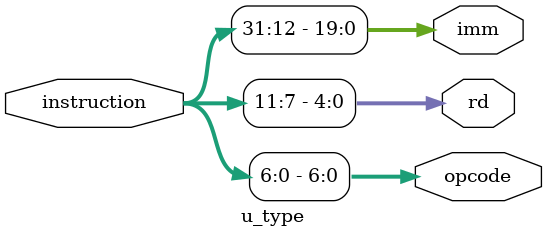
<source format=v>
`timescale 1ns / 1ps

module u_type(
    input [31:0] instruction,  // 32-bit U-Type instruction
    output [6:0] opcode,       // Opcode (bits [6:0])
    output [4:0] rd,           // Destination register (bits [11:7])
    output [19:0] imm          // Immediate value (bits [31:12])
);

    // Assign fields based on the U-Type instruction format
    assign opcode = instruction[6:0];   // Opcode
    assign rd     = instruction[11:7];  // Destination register
    assign imm    = instruction[31:12]; // 20-bit Immediate value

endmodule

</source>
